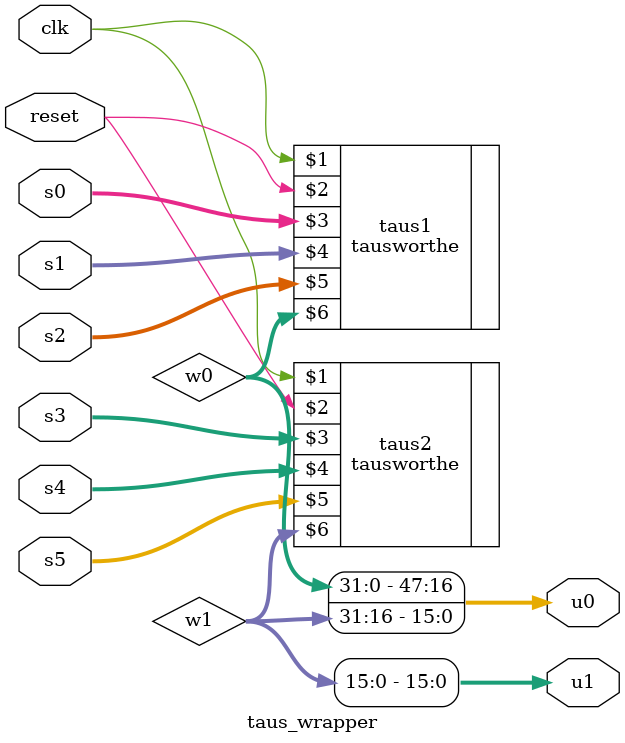
<source format=v>
`timescale 1ns / 1ps
module taus_wrapper(clk,reset,s0,s1,s2,s3,s4,s5,u0,u1
    );
input clk,reset;
input [31:0] s0,s1,s2,s3,s4,s5;
output [47:0] u0;
output [15:0] u1;

wire [31:0] w0,w1;
//instantiating two tausworthe URNGs

tausworthe taus1(clk,reset,s0,s1,s2,w0);
tausworthe taus2(clk,reset,s3,s4,s5,w1);

assign u0= {w0,w1[31:16]};
assign u1=w1[15:0];

endmodule

</source>
